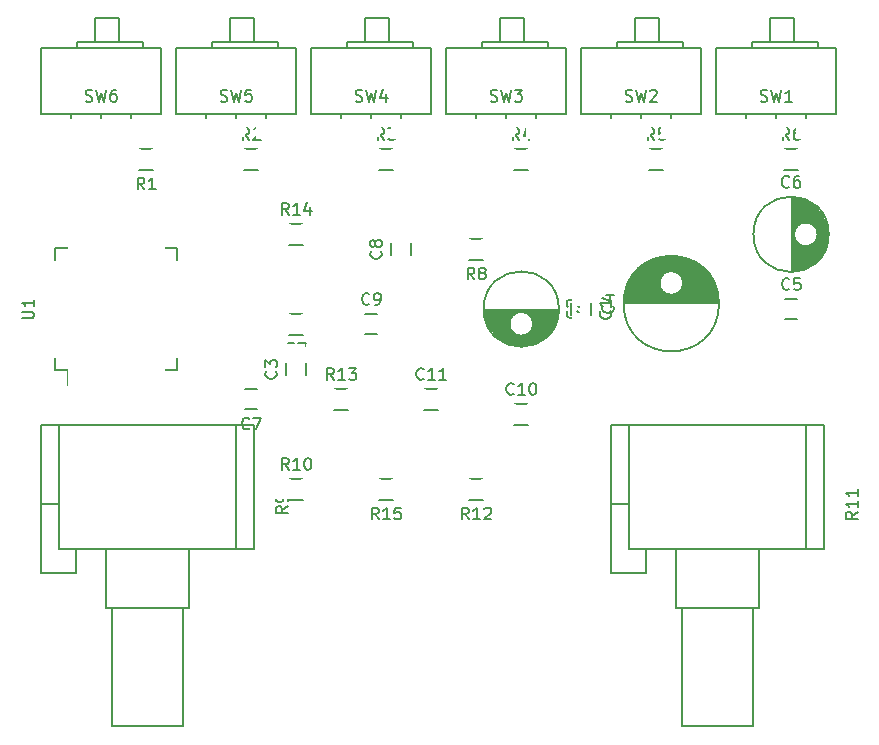
<source format=gto>
G04 #@! TF.FileFunction,Legend,Top*
%FSLAX46Y46*%
G04 Gerber Fmt 4.6, Leading zero omitted, Abs format (unit mm)*
G04 Created by KiCad (PCBNEW 4.0.2-stable) date 2016年05月15日日曜日 13:14:42*
%MOMM*%
G01*
G04 APERTURE LIST*
%ADD10C,0.100000*%
%ADD11C,0.150000*%
%ADD12C,1.700000*%
%ADD13R,1.700000X1.700000*%
%ADD14R,1.100000X1.700000*%
%ADD15R,1.900000X1.700000*%
%ADD16R,0.700000X1.900000*%
%ADD17R,1.900000X0.700000*%
%ADD18R,1.797000X1.797000*%
%ADD19C,1.797000*%
%ADD20R,1.650000X1.900000*%
%ADD21C,2.899360*%
%ADD22R,1.900000X1.650000*%
G04 APERTURE END LIST*
D10*
D11*
X202539000Y-109275000D02*
X196241000Y-109275000D01*
X202533000Y-109415000D02*
X196247000Y-109415000D01*
X202520000Y-109555000D02*
X199836000Y-109555000D01*
X198944000Y-109555000D02*
X196260000Y-109555000D01*
X202501000Y-109695000D02*
X200046000Y-109695000D01*
X198734000Y-109695000D02*
X196279000Y-109695000D01*
X202475000Y-109835000D02*
X200179000Y-109835000D01*
X198601000Y-109835000D02*
X196305000Y-109835000D01*
X202443000Y-109975000D02*
X200270000Y-109975000D01*
X198510000Y-109975000D02*
X196337000Y-109975000D01*
X202404000Y-110115000D02*
X200332000Y-110115000D01*
X198448000Y-110115000D02*
X196376000Y-110115000D01*
X202358000Y-110255000D02*
X200371000Y-110255000D01*
X198409000Y-110255000D02*
X196422000Y-110255000D01*
X202305000Y-110395000D02*
X200388000Y-110395000D01*
X198392000Y-110395000D02*
X196475000Y-110395000D01*
X202243000Y-110535000D02*
X200386000Y-110535000D01*
X198394000Y-110535000D02*
X196537000Y-110535000D01*
X202173000Y-110675000D02*
X200364000Y-110675000D01*
X198416000Y-110675000D02*
X196607000Y-110675000D01*
X202094000Y-110815000D02*
X200321000Y-110815000D01*
X198459000Y-110815000D02*
X196686000Y-110815000D01*
X202006000Y-110955000D02*
X200253000Y-110955000D01*
X198527000Y-110955000D02*
X196774000Y-110955000D01*
X201906000Y-111095000D02*
X200154000Y-111095000D01*
X198626000Y-111095000D02*
X196874000Y-111095000D01*
X201794000Y-111235000D02*
X200009000Y-111235000D01*
X198771000Y-111235000D02*
X196986000Y-111235000D01*
X201669000Y-111375000D02*
X199770000Y-111375000D01*
X199010000Y-111375000D02*
X197111000Y-111375000D01*
X201526000Y-111515000D02*
X197254000Y-111515000D01*
X201364000Y-111655000D02*
X197416000Y-111655000D01*
X201176000Y-111795000D02*
X197604000Y-111795000D01*
X200953000Y-111935000D02*
X197827000Y-111935000D01*
X200677000Y-112075000D02*
X198103000Y-112075000D01*
X200302000Y-112215000D02*
X198478000Y-112215000D01*
X200390000Y-110450000D02*
G75*
G03X200390000Y-110450000I-1000000J0D01*
G01*
X202577500Y-109200000D02*
G75*
G03X202577500Y-109200000I-3187500J0D01*
G01*
X208091000Y-108665000D02*
X216089000Y-108665000D01*
X208096000Y-108525000D02*
X216084000Y-108525000D01*
X208106000Y-108385000D02*
X216074000Y-108385000D01*
X208121000Y-108245000D02*
X216059000Y-108245000D01*
X208141000Y-108105000D02*
X216039000Y-108105000D01*
X208166000Y-107965000D02*
X211868000Y-107965000D01*
X212312000Y-107965000D02*
X216014000Y-107965000D01*
X208196000Y-107825000D02*
X211540000Y-107825000D01*
X212640000Y-107825000D02*
X215984000Y-107825000D01*
X208232000Y-107685000D02*
X211371000Y-107685000D01*
X212809000Y-107685000D02*
X215948000Y-107685000D01*
X208273000Y-107545000D02*
X211258000Y-107545000D01*
X212922000Y-107545000D02*
X215907000Y-107545000D01*
X208319000Y-107405000D02*
X211180000Y-107405000D01*
X213000000Y-107405000D02*
X215861000Y-107405000D01*
X208372000Y-107265000D02*
X211129000Y-107265000D01*
X213051000Y-107265000D02*
X215808000Y-107265000D01*
X208431000Y-107125000D02*
X211099000Y-107125000D01*
X213081000Y-107125000D02*
X215749000Y-107125000D01*
X208496000Y-106985000D02*
X211090000Y-106985000D01*
X213090000Y-106985000D02*
X215684000Y-106985000D01*
X208567000Y-106845000D02*
X211101000Y-106845000D01*
X213079000Y-106845000D02*
X215613000Y-106845000D01*
X208646000Y-106705000D02*
X211131000Y-106705000D01*
X213049000Y-106705000D02*
X215534000Y-106705000D01*
X208733000Y-106565000D02*
X211185000Y-106565000D01*
X212995000Y-106565000D02*
X215447000Y-106565000D01*
X208828000Y-106425000D02*
X211265000Y-106425000D01*
X212915000Y-106425000D02*
X215352000Y-106425000D01*
X208932000Y-106285000D02*
X211381000Y-106285000D01*
X212799000Y-106285000D02*
X215248000Y-106285000D01*
X209046000Y-106145000D02*
X211555000Y-106145000D01*
X212625000Y-106145000D02*
X215134000Y-106145000D01*
X209171000Y-106005000D02*
X211917000Y-106005000D01*
X212263000Y-106005000D02*
X215009000Y-106005000D01*
X209309000Y-105865000D02*
X214871000Y-105865000D01*
X209461000Y-105725000D02*
X214719000Y-105725000D01*
X209631000Y-105585000D02*
X214549000Y-105585000D01*
X209822000Y-105445000D02*
X214358000Y-105445000D01*
X210040000Y-105305000D02*
X214140000Y-105305000D01*
X210296000Y-105165000D02*
X213884000Y-105165000D01*
X210607000Y-105025000D02*
X213573000Y-105025000D01*
X211023000Y-104885000D02*
X213157000Y-104885000D01*
X211890000Y-104745000D02*
X212290000Y-104745000D01*
X213090000Y-106990000D02*
G75*
G03X213090000Y-106990000I-1000000J0D01*
G01*
X216127500Y-108740000D02*
G75*
G03X216127500Y-108740000I-4037500J0D01*
G01*
X222305000Y-99721000D02*
X222305000Y-106019000D01*
X222445000Y-99727000D02*
X222445000Y-106013000D01*
X222585000Y-99740000D02*
X222585000Y-102424000D01*
X222585000Y-103316000D02*
X222585000Y-106000000D01*
X222725000Y-99759000D02*
X222725000Y-102214000D01*
X222725000Y-103526000D02*
X222725000Y-105981000D01*
X222865000Y-99785000D02*
X222865000Y-102081000D01*
X222865000Y-103659000D02*
X222865000Y-105955000D01*
X223005000Y-99817000D02*
X223005000Y-101990000D01*
X223005000Y-103750000D02*
X223005000Y-105923000D01*
X223145000Y-99856000D02*
X223145000Y-101928000D01*
X223145000Y-103812000D02*
X223145000Y-105884000D01*
X223285000Y-99902000D02*
X223285000Y-101889000D01*
X223285000Y-103851000D02*
X223285000Y-105838000D01*
X223425000Y-99955000D02*
X223425000Y-101872000D01*
X223425000Y-103868000D02*
X223425000Y-105785000D01*
X223565000Y-100017000D02*
X223565000Y-101874000D01*
X223565000Y-103866000D02*
X223565000Y-105723000D01*
X223705000Y-100087000D02*
X223705000Y-101896000D01*
X223705000Y-103844000D02*
X223705000Y-105653000D01*
X223845000Y-100166000D02*
X223845000Y-101939000D01*
X223845000Y-103801000D02*
X223845000Y-105574000D01*
X223985000Y-100254000D02*
X223985000Y-102007000D01*
X223985000Y-103733000D02*
X223985000Y-105486000D01*
X224125000Y-100354000D02*
X224125000Y-102106000D01*
X224125000Y-103634000D02*
X224125000Y-105386000D01*
X224265000Y-100466000D02*
X224265000Y-102251000D01*
X224265000Y-103489000D02*
X224265000Y-105274000D01*
X224405000Y-100591000D02*
X224405000Y-102490000D01*
X224405000Y-103250000D02*
X224405000Y-105149000D01*
X224545000Y-100734000D02*
X224545000Y-105006000D01*
X224685000Y-100896000D02*
X224685000Y-104844000D01*
X224825000Y-101084000D02*
X224825000Y-104656000D01*
X224965000Y-101307000D02*
X224965000Y-104433000D01*
X225105000Y-101583000D02*
X225105000Y-104157000D01*
X225245000Y-101958000D02*
X225245000Y-103782000D01*
X224480000Y-102870000D02*
G75*
G03X224480000Y-102870000I-1000000J0D01*
G01*
X225417500Y-102870000D02*
G75*
G03X225417500Y-102870000I-3187500J0D01*
G01*
X199990000Y-118985000D02*
X198790000Y-118985000D01*
X198790000Y-117235000D02*
X199990000Y-117235000D01*
X192370000Y-117715000D02*
X191170000Y-117715000D01*
X191170000Y-115965000D02*
X192370000Y-115965000D01*
X167040000Y-95645000D02*
X168240000Y-95645000D01*
X168240000Y-97395000D02*
X167040000Y-97395000D01*
X177130000Y-97395000D02*
X175930000Y-97395000D01*
X175930000Y-95645000D02*
X177130000Y-95645000D01*
X188560000Y-97395000D02*
X187360000Y-97395000D01*
X187360000Y-95645000D02*
X188560000Y-95645000D01*
X199990000Y-97395000D02*
X198790000Y-97395000D01*
X198790000Y-95645000D02*
X199990000Y-95645000D01*
X211420000Y-97395000D02*
X210220000Y-97395000D01*
X210220000Y-95645000D02*
X211420000Y-95645000D01*
X222850000Y-97395000D02*
X221650000Y-97395000D01*
X221650000Y-95645000D02*
X222850000Y-95645000D01*
X179740000Y-109615000D02*
X180940000Y-109615000D01*
X180940000Y-111365000D02*
X179740000Y-111365000D01*
X194980000Y-103265000D02*
X196180000Y-103265000D01*
X196180000Y-105015000D02*
X194980000Y-105015000D01*
X180940000Y-125335000D02*
X179740000Y-125335000D01*
X179740000Y-123585000D02*
X180940000Y-123585000D01*
X194980000Y-123585000D02*
X196180000Y-123585000D01*
X196180000Y-125335000D02*
X194980000Y-125335000D01*
X184750000Y-117715000D02*
X183550000Y-117715000D01*
X183550000Y-115965000D02*
X184750000Y-115965000D01*
X180940000Y-103745000D02*
X179740000Y-103745000D01*
X179740000Y-101995000D02*
X180940000Y-101995000D01*
X187360000Y-123585000D02*
X188560000Y-123585000D01*
X188560000Y-125335000D02*
X187360000Y-125335000D01*
X159925000Y-114395000D02*
X160975000Y-114395000D01*
X159925000Y-104045000D02*
X160975000Y-104045000D01*
X170275000Y-104045000D02*
X169225000Y-104045000D01*
X170275000Y-114395000D02*
X169225000Y-114395000D01*
X159925000Y-114395000D02*
X159925000Y-113345000D01*
X170275000Y-114395000D02*
X170275000Y-113345000D01*
X170275000Y-104045000D02*
X170275000Y-105095000D01*
X159925000Y-104045000D02*
X159925000Y-105095000D01*
X160975000Y-114395000D02*
X160975000Y-115670000D01*
X215900000Y-87122000D02*
X226060000Y-87122000D01*
X226060000Y-92710000D02*
X215900000Y-92710000D01*
X220472000Y-86614000D02*
X220472000Y-84582000D01*
X222504000Y-86614000D02*
X222504000Y-84582000D01*
X224536000Y-87122000D02*
X224536000Y-86614000D01*
X224536000Y-86614000D02*
X218948000Y-86614000D01*
X218948000Y-86614000D02*
X218948000Y-87122000D01*
X222504000Y-84582000D02*
X220472000Y-84582000D01*
X218440000Y-93980000D02*
X218440000Y-92710000D01*
X220980000Y-93980000D02*
X220980000Y-92710000D01*
X223520000Y-93980000D02*
X223520000Y-92710000D01*
X215900000Y-92710000D02*
X215900000Y-87122000D01*
X226060000Y-92710000D02*
X226060000Y-87122000D01*
X204470000Y-87122000D02*
X214630000Y-87122000D01*
X214630000Y-92710000D02*
X204470000Y-92710000D01*
X209042000Y-86614000D02*
X209042000Y-84582000D01*
X211074000Y-86614000D02*
X211074000Y-84582000D01*
X213106000Y-87122000D02*
X213106000Y-86614000D01*
X213106000Y-86614000D02*
X207518000Y-86614000D01*
X207518000Y-86614000D02*
X207518000Y-87122000D01*
X211074000Y-84582000D02*
X209042000Y-84582000D01*
X207010000Y-93980000D02*
X207010000Y-92710000D01*
X209550000Y-93980000D02*
X209550000Y-92710000D01*
X212090000Y-93980000D02*
X212090000Y-92710000D01*
X204470000Y-92710000D02*
X204470000Y-87122000D01*
X214630000Y-92710000D02*
X214630000Y-87122000D01*
X193040000Y-87122000D02*
X203200000Y-87122000D01*
X203200000Y-92710000D02*
X193040000Y-92710000D01*
X197612000Y-86614000D02*
X197612000Y-84582000D01*
X199644000Y-86614000D02*
X199644000Y-84582000D01*
X201676000Y-87122000D02*
X201676000Y-86614000D01*
X201676000Y-86614000D02*
X196088000Y-86614000D01*
X196088000Y-86614000D02*
X196088000Y-87122000D01*
X199644000Y-84582000D02*
X197612000Y-84582000D01*
X195580000Y-93980000D02*
X195580000Y-92710000D01*
X198120000Y-93980000D02*
X198120000Y-92710000D01*
X200660000Y-93980000D02*
X200660000Y-92710000D01*
X193040000Y-92710000D02*
X193040000Y-87122000D01*
X203200000Y-92710000D02*
X203200000Y-87122000D01*
X181610000Y-87122000D02*
X191770000Y-87122000D01*
X191770000Y-92710000D02*
X181610000Y-92710000D01*
X186182000Y-86614000D02*
X186182000Y-84582000D01*
X188214000Y-86614000D02*
X188214000Y-84582000D01*
X190246000Y-87122000D02*
X190246000Y-86614000D01*
X190246000Y-86614000D02*
X184658000Y-86614000D01*
X184658000Y-86614000D02*
X184658000Y-87122000D01*
X188214000Y-84582000D02*
X186182000Y-84582000D01*
X184150000Y-93980000D02*
X184150000Y-92710000D01*
X186690000Y-93980000D02*
X186690000Y-92710000D01*
X189230000Y-93980000D02*
X189230000Y-92710000D01*
X181610000Y-92710000D02*
X181610000Y-87122000D01*
X191770000Y-92710000D02*
X191770000Y-87122000D01*
X170180000Y-87122000D02*
X180340000Y-87122000D01*
X180340000Y-92710000D02*
X170180000Y-92710000D01*
X174752000Y-86614000D02*
X174752000Y-84582000D01*
X176784000Y-86614000D02*
X176784000Y-84582000D01*
X178816000Y-87122000D02*
X178816000Y-86614000D01*
X178816000Y-86614000D02*
X173228000Y-86614000D01*
X173228000Y-86614000D02*
X173228000Y-87122000D01*
X176784000Y-84582000D02*
X174752000Y-84582000D01*
X172720000Y-93980000D02*
X172720000Y-92710000D01*
X175260000Y-93980000D02*
X175260000Y-92710000D01*
X177800000Y-93980000D02*
X177800000Y-92710000D01*
X170180000Y-92710000D02*
X170180000Y-87122000D01*
X180340000Y-92710000D02*
X180340000Y-87122000D01*
X158750000Y-87122000D02*
X168910000Y-87122000D01*
X168910000Y-92710000D02*
X158750000Y-92710000D01*
X163322000Y-86614000D02*
X163322000Y-84582000D01*
X165354000Y-86614000D02*
X165354000Y-84582000D01*
X167386000Y-87122000D02*
X167386000Y-86614000D01*
X167386000Y-86614000D02*
X161798000Y-86614000D01*
X161798000Y-86614000D02*
X161798000Y-87122000D01*
X165354000Y-84582000D02*
X163322000Y-84582000D01*
X161290000Y-93980000D02*
X161290000Y-92710000D01*
X163830000Y-93980000D02*
X163830000Y-92710000D01*
X166370000Y-93980000D02*
X166370000Y-92710000D01*
X158750000Y-92710000D02*
X158750000Y-87122000D01*
X168910000Y-92710000D02*
X168910000Y-87122000D01*
X179490000Y-113800000D02*
X179490000Y-114800000D01*
X181190000Y-114800000D02*
X181190000Y-113800000D01*
X206979520Y-125730000D02*
X206979520Y-119029480D01*
X206979520Y-119029480D02*
X208579720Y-119029480D01*
X223479360Y-129529840D02*
X224977960Y-129529840D01*
X224977960Y-129529840D02*
X224977960Y-119029480D01*
X224977960Y-119029480D02*
X223479360Y-119029480D01*
X209979260Y-129529840D02*
X209979260Y-131528820D01*
X209979260Y-131528820D02*
X206979520Y-131528820D01*
X206979520Y-131528820D02*
X206979520Y-125730000D01*
X206979520Y-125730000D02*
X208478120Y-125730000D01*
X218978480Y-134531100D02*
X218978480Y-144531080D01*
X218978480Y-144531080D02*
X212979000Y-144531080D01*
X212979000Y-144531080D02*
X212979000Y-134531100D01*
X219478860Y-129529840D02*
X219478860Y-134531100D01*
X219478860Y-134531100D02*
X212478620Y-134531100D01*
X212478620Y-134531100D02*
X212478620Y-129529840D01*
X223479360Y-129529840D02*
X223479360Y-119029480D01*
X223479360Y-119029480D02*
X208478120Y-119029480D01*
X208478120Y-119029480D02*
X208478120Y-129529840D01*
X208478120Y-129529840D02*
X223479360Y-129529840D01*
X158719520Y-125730000D02*
X158719520Y-119029480D01*
X158719520Y-119029480D02*
X160319720Y-119029480D01*
X175219360Y-129529840D02*
X176717960Y-129529840D01*
X176717960Y-129529840D02*
X176717960Y-119029480D01*
X176717960Y-119029480D02*
X175219360Y-119029480D01*
X161719260Y-129529840D02*
X161719260Y-131528820D01*
X161719260Y-131528820D02*
X158719520Y-131528820D01*
X158719520Y-131528820D02*
X158719520Y-125730000D01*
X158719520Y-125730000D02*
X160218120Y-125730000D01*
X170718480Y-134531100D02*
X170718480Y-144531080D01*
X170718480Y-144531080D02*
X164719000Y-144531080D01*
X164719000Y-144531080D02*
X164719000Y-134531100D01*
X171218860Y-129529840D02*
X171218860Y-134531100D01*
X171218860Y-134531100D02*
X164218620Y-134531100D01*
X164218620Y-134531100D02*
X164218620Y-129529840D01*
X175219360Y-129529840D02*
X175219360Y-119029480D01*
X175219360Y-119029480D02*
X160218120Y-119029480D01*
X160218120Y-119029480D02*
X160218120Y-129529840D01*
X160218120Y-129529840D02*
X175219360Y-129529840D01*
X187190000Y-109640000D02*
X186190000Y-109640000D01*
X186190000Y-111340000D02*
X187190000Y-111340000D01*
X176030000Y-117690000D02*
X177030000Y-117690000D01*
X177030000Y-115990000D02*
X176030000Y-115990000D01*
X188380000Y-103640000D02*
X188380000Y-104640000D01*
X190080000Y-104640000D02*
X190080000Y-103640000D01*
X222750000Y-108370000D02*
X221750000Y-108370000D01*
X221750000Y-110070000D02*
X222750000Y-110070000D01*
X205320000Y-109720000D02*
X205320000Y-108720000D01*
X203620000Y-108720000D02*
X203620000Y-109720000D01*
X204147143Y-109366666D02*
X204194762Y-109414285D01*
X204242381Y-109557142D01*
X204242381Y-109652380D01*
X204194762Y-109795238D01*
X204099524Y-109890476D01*
X204004286Y-109938095D01*
X203813810Y-109985714D01*
X203670952Y-109985714D01*
X203480476Y-109938095D01*
X203385238Y-109890476D01*
X203290000Y-109795238D01*
X203242381Y-109652380D01*
X203242381Y-109557142D01*
X203290000Y-109414285D01*
X203337619Y-109366666D01*
X203337619Y-108985714D02*
X203290000Y-108938095D01*
X203242381Y-108842857D01*
X203242381Y-108604761D01*
X203290000Y-108509523D01*
X203337619Y-108461904D01*
X203432857Y-108414285D01*
X203528095Y-108414285D01*
X203670952Y-108461904D01*
X204242381Y-109033333D01*
X204242381Y-108414285D01*
X207147143Y-108906666D02*
X207194762Y-108954285D01*
X207242381Y-109097142D01*
X207242381Y-109192380D01*
X207194762Y-109335238D01*
X207099524Y-109430476D01*
X207004286Y-109478095D01*
X206813810Y-109525714D01*
X206670952Y-109525714D01*
X206480476Y-109478095D01*
X206385238Y-109430476D01*
X206290000Y-109335238D01*
X206242381Y-109192380D01*
X206242381Y-109097142D01*
X206290000Y-108954285D01*
X206337619Y-108906666D01*
X206575714Y-108049523D02*
X207242381Y-108049523D01*
X206194762Y-108287619D02*
X206909048Y-108525714D01*
X206909048Y-107906666D01*
X222063334Y-98827143D02*
X222015715Y-98874762D01*
X221872858Y-98922381D01*
X221777620Y-98922381D01*
X221634762Y-98874762D01*
X221539524Y-98779524D01*
X221491905Y-98684286D01*
X221444286Y-98493810D01*
X221444286Y-98350952D01*
X221491905Y-98160476D01*
X221539524Y-98065238D01*
X221634762Y-97970000D01*
X221777620Y-97922381D01*
X221872858Y-97922381D01*
X222015715Y-97970000D01*
X222063334Y-98017619D01*
X222920477Y-97922381D02*
X222730000Y-97922381D01*
X222634762Y-97970000D01*
X222587143Y-98017619D01*
X222491905Y-98160476D01*
X222444286Y-98350952D01*
X222444286Y-98731905D01*
X222491905Y-98827143D01*
X222539524Y-98874762D01*
X222634762Y-98922381D01*
X222825239Y-98922381D01*
X222920477Y-98874762D01*
X222968096Y-98827143D01*
X223015715Y-98731905D01*
X223015715Y-98493810D01*
X222968096Y-98398571D01*
X222920477Y-98350952D01*
X222825239Y-98303333D01*
X222634762Y-98303333D01*
X222539524Y-98350952D01*
X222491905Y-98398571D01*
X222444286Y-98493810D01*
X198747143Y-116367143D02*
X198699524Y-116414762D01*
X198556667Y-116462381D01*
X198461429Y-116462381D01*
X198318571Y-116414762D01*
X198223333Y-116319524D01*
X198175714Y-116224286D01*
X198128095Y-116033810D01*
X198128095Y-115890952D01*
X198175714Y-115700476D01*
X198223333Y-115605238D01*
X198318571Y-115510000D01*
X198461429Y-115462381D01*
X198556667Y-115462381D01*
X198699524Y-115510000D01*
X198747143Y-115557619D01*
X199699524Y-116462381D02*
X199128095Y-116462381D01*
X199413809Y-116462381D02*
X199413809Y-115462381D01*
X199318571Y-115605238D01*
X199223333Y-115700476D01*
X199128095Y-115748095D01*
X200318571Y-115462381D02*
X200413810Y-115462381D01*
X200509048Y-115510000D01*
X200556667Y-115557619D01*
X200604286Y-115652857D01*
X200651905Y-115843333D01*
X200651905Y-116081429D01*
X200604286Y-116271905D01*
X200556667Y-116367143D01*
X200509048Y-116414762D01*
X200413810Y-116462381D01*
X200318571Y-116462381D01*
X200223333Y-116414762D01*
X200175714Y-116367143D01*
X200128095Y-116271905D01*
X200080476Y-116081429D01*
X200080476Y-115843333D01*
X200128095Y-115652857D01*
X200175714Y-115557619D01*
X200223333Y-115510000D01*
X200318571Y-115462381D01*
X191127143Y-115097143D02*
X191079524Y-115144762D01*
X190936667Y-115192381D01*
X190841429Y-115192381D01*
X190698571Y-115144762D01*
X190603333Y-115049524D01*
X190555714Y-114954286D01*
X190508095Y-114763810D01*
X190508095Y-114620952D01*
X190555714Y-114430476D01*
X190603333Y-114335238D01*
X190698571Y-114240000D01*
X190841429Y-114192381D01*
X190936667Y-114192381D01*
X191079524Y-114240000D01*
X191127143Y-114287619D01*
X192079524Y-115192381D02*
X191508095Y-115192381D01*
X191793809Y-115192381D02*
X191793809Y-114192381D01*
X191698571Y-114335238D01*
X191603333Y-114430476D01*
X191508095Y-114478095D01*
X193031905Y-115192381D02*
X192460476Y-115192381D01*
X192746190Y-115192381D02*
X192746190Y-114192381D01*
X192650952Y-114335238D01*
X192555714Y-114430476D01*
X192460476Y-114478095D01*
X167473334Y-99072381D02*
X167140000Y-98596190D01*
X166901905Y-99072381D02*
X166901905Y-98072381D01*
X167282858Y-98072381D01*
X167378096Y-98120000D01*
X167425715Y-98167619D01*
X167473334Y-98262857D01*
X167473334Y-98405714D01*
X167425715Y-98500952D01*
X167378096Y-98548571D01*
X167282858Y-98596190D01*
X166901905Y-98596190D01*
X168425715Y-99072381D02*
X167854286Y-99072381D01*
X168140000Y-99072381D02*
X168140000Y-98072381D01*
X168044762Y-98215238D01*
X167949524Y-98310476D01*
X167854286Y-98358095D01*
X176363334Y-94872381D02*
X176030000Y-94396190D01*
X175791905Y-94872381D02*
X175791905Y-93872381D01*
X176172858Y-93872381D01*
X176268096Y-93920000D01*
X176315715Y-93967619D01*
X176363334Y-94062857D01*
X176363334Y-94205714D01*
X176315715Y-94300952D01*
X176268096Y-94348571D01*
X176172858Y-94396190D01*
X175791905Y-94396190D01*
X176744286Y-93967619D02*
X176791905Y-93920000D01*
X176887143Y-93872381D01*
X177125239Y-93872381D01*
X177220477Y-93920000D01*
X177268096Y-93967619D01*
X177315715Y-94062857D01*
X177315715Y-94158095D01*
X177268096Y-94300952D01*
X176696667Y-94872381D01*
X177315715Y-94872381D01*
X187793334Y-94872381D02*
X187460000Y-94396190D01*
X187221905Y-94872381D02*
X187221905Y-93872381D01*
X187602858Y-93872381D01*
X187698096Y-93920000D01*
X187745715Y-93967619D01*
X187793334Y-94062857D01*
X187793334Y-94205714D01*
X187745715Y-94300952D01*
X187698096Y-94348571D01*
X187602858Y-94396190D01*
X187221905Y-94396190D01*
X188126667Y-93872381D02*
X188745715Y-93872381D01*
X188412381Y-94253333D01*
X188555239Y-94253333D01*
X188650477Y-94300952D01*
X188698096Y-94348571D01*
X188745715Y-94443810D01*
X188745715Y-94681905D01*
X188698096Y-94777143D01*
X188650477Y-94824762D01*
X188555239Y-94872381D01*
X188269524Y-94872381D01*
X188174286Y-94824762D01*
X188126667Y-94777143D01*
X199223334Y-94872381D02*
X198890000Y-94396190D01*
X198651905Y-94872381D02*
X198651905Y-93872381D01*
X199032858Y-93872381D01*
X199128096Y-93920000D01*
X199175715Y-93967619D01*
X199223334Y-94062857D01*
X199223334Y-94205714D01*
X199175715Y-94300952D01*
X199128096Y-94348571D01*
X199032858Y-94396190D01*
X198651905Y-94396190D01*
X200080477Y-94205714D02*
X200080477Y-94872381D01*
X199842381Y-93824762D02*
X199604286Y-94539048D01*
X200223334Y-94539048D01*
X210653334Y-94872381D02*
X210320000Y-94396190D01*
X210081905Y-94872381D02*
X210081905Y-93872381D01*
X210462858Y-93872381D01*
X210558096Y-93920000D01*
X210605715Y-93967619D01*
X210653334Y-94062857D01*
X210653334Y-94205714D01*
X210605715Y-94300952D01*
X210558096Y-94348571D01*
X210462858Y-94396190D01*
X210081905Y-94396190D01*
X211558096Y-93872381D02*
X211081905Y-93872381D01*
X211034286Y-94348571D01*
X211081905Y-94300952D01*
X211177143Y-94253333D01*
X211415239Y-94253333D01*
X211510477Y-94300952D01*
X211558096Y-94348571D01*
X211605715Y-94443810D01*
X211605715Y-94681905D01*
X211558096Y-94777143D01*
X211510477Y-94824762D01*
X211415239Y-94872381D01*
X211177143Y-94872381D01*
X211081905Y-94824762D01*
X211034286Y-94777143D01*
X222083334Y-94872381D02*
X221750000Y-94396190D01*
X221511905Y-94872381D02*
X221511905Y-93872381D01*
X221892858Y-93872381D01*
X221988096Y-93920000D01*
X222035715Y-93967619D01*
X222083334Y-94062857D01*
X222083334Y-94205714D01*
X222035715Y-94300952D01*
X221988096Y-94348571D01*
X221892858Y-94396190D01*
X221511905Y-94396190D01*
X222940477Y-93872381D02*
X222750000Y-93872381D01*
X222654762Y-93920000D01*
X222607143Y-93967619D01*
X222511905Y-94110476D01*
X222464286Y-94300952D01*
X222464286Y-94681905D01*
X222511905Y-94777143D01*
X222559524Y-94824762D01*
X222654762Y-94872381D01*
X222845239Y-94872381D01*
X222940477Y-94824762D01*
X222988096Y-94777143D01*
X223035715Y-94681905D01*
X223035715Y-94443810D01*
X222988096Y-94348571D01*
X222940477Y-94300952D01*
X222845239Y-94253333D01*
X222654762Y-94253333D01*
X222559524Y-94300952D01*
X222511905Y-94348571D01*
X222464286Y-94443810D01*
X180173334Y-113042381D02*
X179840000Y-112566190D01*
X179601905Y-113042381D02*
X179601905Y-112042381D01*
X179982858Y-112042381D01*
X180078096Y-112090000D01*
X180125715Y-112137619D01*
X180173334Y-112232857D01*
X180173334Y-112375714D01*
X180125715Y-112470952D01*
X180078096Y-112518571D01*
X179982858Y-112566190D01*
X179601905Y-112566190D01*
X180506667Y-112042381D02*
X181173334Y-112042381D01*
X180744762Y-113042381D01*
X195413334Y-106692381D02*
X195080000Y-106216190D01*
X194841905Y-106692381D02*
X194841905Y-105692381D01*
X195222858Y-105692381D01*
X195318096Y-105740000D01*
X195365715Y-105787619D01*
X195413334Y-105882857D01*
X195413334Y-106025714D01*
X195365715Y-106120952D01*
X195318096Y-106168571D01*
X195222858Y-106216190D01*
X194841905Y-106216190D01*
X195984762Y-106120952D02*
X195889524Y-106073333D01*
X195841905Y-106025714D01*
X195794286Y-105930476D01*
X195794286Y-105882857D01*
X195841905Y-105787619D01*
X195889524Y-105740000D01*
X195984762Y-105692381D01*
X196175239Y-105692381D01*
X196270477Y-105740000D01*
X196318096Y-105787619D01*
X196365715Y-105882857D01*
X196365715Y-105930476D01*
X196318096Y-106025714D01*
X196270477Y-106073333D01*
X196175239Y-106120952D01*
X195984762Y-106120952D01*
X195889524Y-106168571D01*
X195841905Y-106216190D01*
X195794286Y-106311429D01*
X195794286Y-106501905D01*
X195841905Y-106597143D01*
X195889524Y-106644762D01*
X195984762Y-106692381D01*
X196175239Y-106692381D01*
X196270477Y-106644762D01*
X196318096Y-106597143D01*
X196365715Y-106501905D01*
X196365715Y-106311429D01*
X196318096Y-106216190D01*
X196270477Y-106168571D01*
X196175239Y-106120952D01*
X179697143Y-122812381D02*
X179363809Y-122336190D01*
X179125714Y-122812381D02*
X179125714Y-121812381D01*
X179506667Y-121812381D01*
X179601905Y-121860000D01*
X179649524Y-121907619D01*
X179697143Y-122002857D01*
X179697143Y-122145714D01*
X179649524Y-122240952D01*
X179601905Y-122288571D01*
X179506667Y-122336190D01*
X179125714Y-122336190D01*
X180649524Y-122812381D02*
X180078095Y-122812381D01*
X180363809Y-122812381D02*
X180363809Y-121812381D01*
X180268571Y-121955238D01*
X180173333Y-122050476D01*
X180078095Y-122098095D01*
X181268571Y-121812381D02*
X181363810Y-121812381D01*
X181459048Y-121860000D01*
X181506667Y-121907619D01*
X181554286Y-122002857D01*
X181601905Y-122193333D01*
X181601905Y-122431429D01*
X181554286Y-122621905D01*
X181506667Y-122717143D01*
X181459048Y-122764762D01*
X181363810Y-122812381D01*
X181268571Y-122812381D01*
X181173333Y-122764762D01*
X181125714Y-122717143D01*
X181078095Y-122621905D01*
X181030476Y-122431429D01*
X181030476Y-122193333D01*
X181078095Y-122002857D01*
X181125714Y-121907619D01*
X181173333Y-121860000D01*
X181268571Y-121812381D01*
X194937143Y-127012381D02*
X194603809Y-126536190D01*
X194365714Y-127012381D02*
X194365714Y-126012381D01*
X194746667Y-126012381D01*
X194841905Y-126060000D01*
X194889524Y-126107619D01*
X194937143Y-126202857D01*
X194937143Y-126345714D01*
X194889524Y-126440952D01*
X194841905Y-126488571D01*
X194746667Y-126536190D01*
X194365714Y-126536190D01*
X195889524Y-127012381D02*
X195318095Y-127012381D01*
X195603809Y-127012381D02*
X195603809Y-126012381D01*
X195508571Y-126155238D01*
X195413333Y-126250476D01*
X195318095Y-126298095D01*
X196270476Y-126107619D02*
X196318095Y-126060000D01*
X196413333Y-126012381D01*
X196651429Y-126012381D01*
X196746667Y-126060000D01*
X196794286Y-126107619D01*
X196841905Y-126202857D01*
X196841905Y-126298095D01*
X196794286Y-126440952D01*
X196222857Y-127012381D01*
X196841905Y-127012381D01*
X183507143Y-115192381D02*
X183173809Y-114716190D01*
X182935714Y-115192381D02*
X182935714Y-114192381D01*
X183316667Y-114192381D01*
X183411905Y-114240000D01*
X183459524Y-114287619D01*
X183507143Y-114382857D01*
X183507143Y-114525714D01*
X183459524Y-114620952D01*
X183411905Y-114668571D01*
X183316667Y-114716190D01*
X182935714Y-114716190D01*
X184459524Y-115192381D02*
X183888095Y-115192381D01*
X184173809Y-115192381D02*
X184173809Y-114192381D01*
X184078571Y-114335238D01*
X183983333Y-114430476D01*
X183888095Y-114478095D01*
X184792857Y-114192381D02*
X185411905Y-114192381D01*
X185078571Y-114573333D01*
X185221429Y-114573333D01*
X185316667Y-114620952D01*
X185364286Y-114668571D01*
X185411905Y-114763810D01*
X185411905Y-115001905D01*
X185364286Y-115097143D01*
X185316667Y-115144762D01*
X185221429Y-115192381D01*
X184935714Y-115192381D01*
X184840476Y-115144762D01*
X184792857Y-115097143D01*
X179697143Y-101222381D02*
X179363809Y-100746190D01*
X179125714Y-101222381D02*
X179125714Y-100222381D01*
X179506667Y-100222381D01*
X179601905Y-100270000D01*
X179649524Y-100317619D01*
X179697143Y-100412857D01*
X179697143Y-100555714D01*
X179649524Y-100650952D01*
X179601905Y-100698571D01*
X179506667Y-100746190D01*
X179125714Y-100746190D01*
X180649524Y-101222381D02*
X180078095Y-101222381D01*
X180363809Y-101222381D02*
X180363809Y-100222381D01*
X180268571Y-100365238D01*
X180173333Y-100460476D01*
X180078095Y-100508095D01*
X181506667Y-100555714D02*
X181506667Y-101222381D01*
X181268571Y-100174762D02*
X181030476Y-100889048D01*
X181649524Y-100889048D01*
X187317143Y-127012381D02*
X186983809Y-126536190D01*
X186745714Y-127012381D02*
X186745714Y-126012381D01*
X187126667Y-126012381D01*
X187221905Y-126060000D01*
X187269524Y-126107619D01*
X187317143Y-126202857D01*
X187317143Y-126345714D01*
X187269524Y-126440952D01*
X187221905Y-126488571D01*
X187126667Y-126536190D01*
X186745714Y-126536190D01*
X188269524Y-127012381D02*
X187698095Y-127012381D01*
X187983809Y-127012381D02*
X187983809Y-126012381D01*
X187888571Y-126155238D01*
X187793333Y-126250476D01*
X187698095Y-126298095D01*
X189174286Y-126012381D02*
X188698095Y-126012381D01*
X188650476Y-126488571D01*
X188698095Y-126440952D01*
X188793333Y-126393333D01*
X189031429Y-126393333D01*
X189126667Y-126440952D01*
X189174286Y-126488571D01*
X189221905Y-126583810D01*
X189221905Y-126821905D01*
X189174286Y-126917143D01*
X189126667Y-126964762D01*
X189031429Y-127012381D01*
X188793333Y-127012381D01*
X188698095Y-126964762D01*
X188650476Y-126917143D01*
X157102381Y-109981905D02*
X157911905Y-109981905D01*
X158007143Y-109934286D01*
X158054762Y-109886667D01*
X158102381Y-109791429D01*
X158102381Y-109600952D01*
X158054762Y-109505714D01*
X158007143Y-109458095D01*
X157911905Y-109410476D01*
X157102381Y-109410476D01*
X158102381Y-108410476D02*
X158102381Y-108981905D01*
X158102381Y-108696191D02*
X157102381Y-108696191D01*
X157245238Y-108791429D01*
X157340476Y-108886667D01*
X157388095Y-108981905D01*
X219646667Y-91590762D02*
X219789524Y-91638381D01*
X220027620Y-91638381D01*
X220122858Y-91590762D01*
X220170477Y-91543143D01*
X220218096Y-91447905D01*
X220218096Y-91352667D01*
X220170477Y-91257429D01*
X220122858Y-91209810D01*
X220027620Y-91162190D01*
X219837143Y-91114571D01*
X219741905Y-91066952D01*
X219694286Y-91019333D01*
X219646667Y-90924095D01*
X219646667Y-90828857D01*
X219694286Y-90733619D01*
X219741905Y-90686000D01*
X219837143Y-90638381D01*
X220075239Y-90638381D01*
X220218096Y-90686000D01*
X220551429Y-90638381D02*
X220789524Y-91638381D01*
X220980001Y-90924095D01*
X221170477Y-91638381D01*
X221408572Y-90638381D01*
X222313334Y-91638381D02*
X221741905Y-91638381D01*
X222027619Y-91638381D02*
X222027619Y-90638381D01*
X221932381Y-90781238D01*
X221837143Y-90876476D01*
X221741905Y-90924095D01*
X208216667Y-91590762D02*
X208359524Y-91638381D01*
X208597620Y-91638381D01*
X208692858Y-91590762D01*
X208740477Y-91543143D01*
X208788096Y-91447905D01*
X208788096Y-91352667D01*
X208740477Y-91257429D01*
X208692858Y-91209810D01*
X208597620Y-91162190D01*
X208407143Y-91114571D01*
X208311905Y-91066952D01*
X208264286Y-91019333D01*
X208216667Y-90924095D01*
X208216667Y-90828857D01*
X208264286Y-90733619D01*
X208311905Y-90686000D01*
X208407143Y-90638381D01*
X208645239Y-90638381D01*
X208788096Y-90686000D01*
X209121429Y-90638381D02*
X209359524Y-91638381D01*
X209550001Y-90924095D01*
X209740477Y-91638381D01*
X209978572Y-90638381D01*
X210311905Y-90733619D02*
X210359524Y-90686000D01*
X210454762Y-90638381D01*
X210692858Y-90638381D01*
X210788096Y-90686000D01*
X210835715Y-90733619D01*
X210883334Y-90828857D01*
X210883334Y-90924095D01*
X210835715Y-91066952D01*
X210264286Y-91638381D01*
X210883334Y-91638381D01*
X196786667Y-91590762D02*
X196929524Y-91638381D01*
X197167620Y-91638381D01*
X197262858Y-91590762D01*
X197310477Y-91543143D01*
X197358096Y-91447905D01*
X197358096Y-91352667D01*
X197310477Y-91257429D01*
X197262858Y-91209810D01*
X197167620Y-91162190D01*
X196977143Y-91114571D01*
X196881905Y-91066952D01*
X196834286Y-91019333D01*
X196786667Y-90924095D01*
X196786667Y-90828857D01*
X196834286Y-90733619D01*
X196881905Y-90686000D01*
X196977143Y-90638381D01*
X197215239Y-90638381D01*
X197358096Y-90686000D01*
X197691429Y-90638381D02*
X197929524Y-91638381D01*
X198120001Y-90924095D01*
X198310477Y-91638381D01*
X198548572Y-90638381D01*
X198834286Y-90638381D02*
X199453334Y-90638381D01*
X199120000Y-91019333D01*
X199262858Y-91019333D01*
X199358096Y-91066952D01*
X199405715Y-91114571D01*
X199453334Y-91209810D01*
X199453334Y-91447905D01*
X199405715Y-91543143D01*
X199358096Y-91590762D01*
X199262858Y-91638381D01*
X198977143Y-91638381D01*
X198881905Y-91590762D01*
X198834286Y-91543143D01*
X185356667Y-91590762D02*
X185499524Y-91638381D01*
X185737620Y-91638381D01*
X185832858Y-91590762D01*
X185880477Y-91543143D01*
X185928096Y-91447905D01*
X185928096Y-91352667D01*
X185880477Y-91257429D01*
X185832858Y-91209810D01*
X185737620Y-91162190D01*
X185547143Y-91114571D01*
X185451905Y-91066952D01*
X185404286Y-91019333D01*
X185356667Y-90924095D01*
X185356667Y-90828857D01*
X185404286Y-90733619D01*
X185451905Y-90686000D01*
X185547143Y-90638381D01*
X185785239Y-90638381D01*
X185928096Y-90686000D01*
X186261429Y-90638381D02*
X186499524Y-91638381D01*
X186690001Y-90924095D01*
X186880477Y-91638381D01*
X187118572Y-90638381D01*
X187928096Y-90971714D02*
X187928096Y-91638381D01*
X187690000Y-90590762D02*
X187451905Y-91305048D01*
X188070953Y-91305048D01*
X173926667Y-91590762D02*
X174069524Y-91638381D01*
X174307620Y-91638381D01*
X174402858Y-91590762D01*
X174450477Y-91543143D01*
X174498096Y-91447905D01*
X174498096Y-91352667D01*
X174450477Y-91257429D01*
X174402858Y-91209810D01*
X174307620Y-91162190D01*
X174117143Y-91114571D01*
X174021905Y-91066952D01*
X173974286Y-91019333D01*
X173926667Y-90924095D01*
X173926667Y-90828857D01*
X173974286Y-90733619D01*
X174021905Y-90686000D01*
X174117143Y-90638381D01*
X174355239Y-90638381D01*
X174498096Y-90686000D01*
X174831429Y-90638381D02*
X175069524Y-91638381D01*
X175260001Y-90924095D01*
X175450477Y-91638381D01*
X175688572Y-90638381D01*
X176545715Y-90638381D02*
X176069524Y-90638381D01*
X176021905Y-91114571D01*
X176069524Y-91066952D01*
X176164762Y-91019333D01*
X176402858Y-91019333D01*
X176498096Y-91066952D01*
X176545715Y-91114571D01*
X176593334Y-91209810D01*
X176593334Y-91447905D01*
X176545715Y-91543143D01*
X176498096Y-91590762D01*
X176402858Y-91638381D01*
X176164762Y-91638381D01*
X176069524Y-91590762D01*
X176021905Y-91543143D01*
X162496667Y-91590762D02*
X162639524Y-91638381D01*
X162877620Y-91638381D01*
X162972858Y-91590762D01*
X163020477Y-91543143D01*
X163068096Y-91447905D01*
X163068096Y-91352667D01*
X163020477Y-91257429D01*
X162972858Y-91209810D01*
X162877620Y-91162190D01*
X162687143Y-91114571D01*
X162591905Y-91066952D01*
X162544286Y-91019333D01*
X162496667Y-90924095D01*
X162496667Y-90828857D01*
X162544286Y-90733619D01*
X162591905Y-90686000D01*
X162687143Y-90638381D01*
X162925239Y-90638381D01*
X163068096Y-90686000D01*
X163401429Y-90638381D02*
X163639524Y-91638381D01*
X163830001Y-90924095D01*
X164020477Y-91638381D01*
X164258572Y-90638381D01*
X165068096Y-90638381D02*
X164877619Y-90638381D01*
X164782381Y-90686000D01*
X164734762Y-90733619D01*
X164639524Y-90876476D01*
X164591905Y-91066952D01*
X164591905Y-91447905D01*
X164639524Y-91543143D01*
X164687143Y-91590762D01*
X164782381Y-91638381D01*
X164972858Y-91638381D01*
X165068096Y-91590762D01*
X165115715Y-91543143D01*
X165163334Y-91447905D01*
X165163334Y-91209810D01*
X165115715Y-91114571D01*
X165068096Y-91066952D01*
X164972858Y-91019333D01*
X164782381Y-91019333D01*
X164687143Y-91066952D01*
X164639524Y-91114571D01*
X164591905Y-91209810D01*
X178597143Y-114466666D02*
X178644762Y-114514285D01*
X178692381Y-114657142D01*
X178692381Y-114752380D01*
X178644762Y-114895238D01*
X178549524Y-114990476D01*
X178454286Y-115038095D01*
X178263810Y-115085714D01*
X178120952Y-115085714D01*
X177930476Y-115038095D01*
X177835238Y-114990476D01*
X177740000Y-114895238D01*
X177692381Y-114752380D01*
X177692381Y-114657142D01*
X177740000Y-114514285D01*
X177787619Y-114466666D01*
X177692381Y-114133333D02*
X177692381Y-113514285D01*
X178073333Y-113847619D01*
X178073333Y-113704761D01*
X178120952Y-113609523D01*
X178168571Y-113561904D01*
X178263810Y-113514285D01*
X178501905Y-113514285D01*
X178597143Y-113561904D01*
X178644762Y-113609523D01*
X178692381Y-113704761D01*
X178692381Y-113990476D01*
X178644762Y-114085714D01*
X178597143Y-114133333D01*
X227861121Y-126372857D02*
X227384930Y-126706191D01*
X227861121Y-126944286D02*
X226861121Y-126944286D01*
X226861121Y-126563333D01*
X226908740Y-126468095D01*
X226956359Y-126420476D01*
X227051597Y-126372857D01*
X227194454Y-126372857D01*
X227289692Y-126420476D01*
X227337311Y-126468095D01*
X227384930Y-126563333D01*
X227384930Y-126944286D01*
X227861121Y-125420476D02*
X227861121Y-125991905D01*
X227861121Y-125706191D02*
X226861121Y-125706191D01*
X227003978Y-125801429D01*
X227099216Y-125896667D01*
X227146835Y-125991905D01*
X227861121Y-124468095D02*
X227861121Y-125039524D01*
X227861121Y-124753810D02*
X226861121Y-124753810D01*
X227003978Y-124849048D01*
X227099216Y-124944286D01*
X227146835Y-125039524D01*
X179601121Y-125896666D02*
X179124930Y-126230000D01*
X179601121Y-126468095D02*
X178601121Y-126468095D01*
X178601121Y-126087142D01*
X178648740Y-125991904D01*
X178696359Y-125944285D01*
X178791597Y-125896666D01*
X178934454Y-125896666D01*
X179029692Y-125944285D01*
X179077311Y-125991904D01*
X179124930Y-126087142D01*
X179124930Y-126468095D01*
X179601121Y-125420476D02*
X179601121Y-125230000D01*
X179553502Y-125134761D01*
X179505883Y-125087142D01*
X179363026Y-124991904D01*
X179172550Y-124944285D01*
X178791597Y-124944285D01*
X178696359Y-124991904D01*
X178648740Y-125039523D01*
X178601121Y-125134761D01*
X178601121Y-125325238D01*
X178648740Y-125420476D01*
X178696359Y-125468095D01*
X178791597Y-125515714D01*
X179029692Y-125515714D01*
X179124930Y-125468095D01*
X179172550Y-125420476D01*
X179220169Y-125325238D01*
X179220169Y-125134761D01*
X179172550Y-125039523D01*
X179124930Y-124991904D01*
X179029692Y-124944285D01*
X186523334Y-108747143D02*
X186475715Y-108794762D01*
X186332858Y-108842381D01*
X186237620Y-108842381D01*
X186094762Y-108794762D01*
X185999524Y-108699524D01*
X185951905Y-108604286D01*
X185904286Y-108413810D01*
X185904286Y-108270952D01*
X185951905Y-108080476D01*
X185999524Y-107985238D01*
X186094762Y-107890000D01*
X186237620Y-107842381D01*
X186332858Y-107842381D01*
X186475715Y-107890000D01*
X186523334Y-107937619D01*
X186999524Y-108842381D02*
X187190000Y-108842381D01*
X187285239Y-108794762D01*
X187332858Y-108747143D01*
X187428096Y-108604286D01*
X187475715Y-108413810D01*
X187475715Y-108032857D01*
X187428096Y-107937619D01*
X187380477Y-107890000D01*
X187285239Y-107842381D01*
X187094762Y-107842381D01*
X186999524Y-107890000D01*
X186951905Y-107937619D01*
X186904286Y-108032857D01*
X186904286Y-108270952D01*
X186951905Y-108366190D01*
X186999524Y-108413810D01*
X187094762Y-108461429D01*
X187285239Y-108461429D01*
X187380477Y-108413810D01*
X187428096Y-108366190D01*
X187475715Y-108270952D01*
X176363334Y-119297143D02*
X176315715Y-119344762D01*
X176172858Y-119392381D01*
X176077620Y-119392381D01*
X175934762Y-119344762D01*
X175839524Y-119249524D01*
X175791905Y-119154286D01*
X175744286Y-118963810D01*
X175744286Y-118820952D01*
X175791905Y-118630476D01*
X175839524Y-118535238D01*
X175934762Y-118440000D01*
X176077620Y-118392381D01*
X176172858Y-118392381D01*
X176315715Y-118440000D01*
X176363334Y-118487619D01*
X176696667Y-118392381D02*
X177363334Y-118392381D01*
X176934762Y-119392381D01*
X187487143Y-104306666D02*
X187534762Y-104354285D01*
X187582381Y-104497142D01*
X187582381Y-104592380D01*
X187534762Y-104735238D01*
X187439524Y-104830476D01*
X187344286Y-104878095D01*
X187153810Y-104925714D01*
X187010952Y-104925714D01*
X186820476Y-104878095D01*
X186725238Y-104830476D01*
X186630000Y-104735238D01*
X186582381Y-104592380D01*
X186582381Y-104497142D01*
X186630000Y-104354285D01*
X186677619Y-104306666D01*
X187010952Y-103735238D02*
X186963333Y-103830476D01*
X186915714Y-103878095D01*
X186820476Y-103925714D01*
X186772857Y-103925714D01*
X186677619Y-103878095D01*
X186630000Y-103830476D01*
X186582381Y-103735238D01*
X186582381Y-103544761D01*
X186630000Y-103449523D01*
X186677619Y-103401904D01*
X186772857Y-103354285D01*
X186820476Y-103354285D01*
X186915714Y-103401904D01*
X186963333Y-103449523D01*
X187010952Y-103544761D01*
X187010952Y-103735238D01*
X187058571Y-103830476D01*
X187106190Y-103878095D01*
X187201429Y-103925714D01*
X187391905Y-103925714D01*
X187487143Y-103878095D01*
X187534762Y-103830476D01*
X187582381Y-103735238D01*
X187582381Y-103544761D01*
X187534762Y-103449523D01*
X187487143Y-103401904D01*
X187391905Y-103354285D01*
X187201429Y-103354285D01*
X187106190Y-103401904D01*
X187058571Y-103449523D01*
X187010952Y-103544761D01*
X222083334Y-107477143D02*
X222035715Y-107524762D01*
X221892858Y-107572381D01*
X221797620Y-107572381D01*
X221654762Y-107524762D01*
X221559524Y-107429524D01*
X221511905Y-107334286D01*
X221464286Y-107143810D01*
X221464286Y-107000952D01*
X221511905Y-106810476D01*
X221559524Y-106715238D01*
X221654762Y-106620000D01*
X221797620Y-106572381D01*
X221892858Y-106572381D01*
X222035715Y-106620000D01*
X222083334Y-106667619D01*
X222988096Y-106572381D02*
X222511905Y-106572381D01*
X222464286Y-107048571D01*
X222511905Y-107000952D01*
X222607143Y-106953333D01*
X222845239Y-106953333D01*
X222940477Y-107000952D01*
X222988096Y-107048571D01*
X223035715Y-107143810D01*
X223035715Y-107381905D01*
X222988096Y-107477143D01*
X222940477Y-107524762D01*
X222845239Y-107572381D01*
X222607143Y-107572381D01*
X222511905Y-107524762D01*
X222464286Y-107477143D01*
X206927143Y-109386666D02*
X206974762Y-109434285D01*
X207022381Y-109577142D01*
X207022381Y-109672380D01*
X206974762Y-109815238D01*
X206879524Y-109910476D01*
X206784286Y-109958095D01*
X206593810Y-110005714D01*
X206450952Y-110005714D01*
X206260476Y-109958095D01*
X206165238Y-109910476D01*
X206070000Y-109815238D01*
X206022381Y-109672380D01*
X206022381Y-109577142D01*
X206070000Y-109434285D01*
X206117619Y-109386666D01*
X207022381Y-108434285D02*
X207022381Y-109005714D01*
X207022381Y-108720000D02*
X206022381Y-108720000D01*
X206165238Y-108815238D01*
X206260476Y-108910476D01*
X206308095Y-109005714D01*
%LPC*%
D12*
X199390000Y-110450000D03*
D13*
X199390000Y-107950000D03*
D12*
X212090000Y-106990000D03*
D13*
X212090000Y-110490000D03*
D12*
X223480000Y-102870000D03*
D13*
X220980000Y-102870000D03*
D14*
X198440000Y-118110000D03*
X200340000Y-118110000D03*
X190820000Y-116840000D03*
X192720000Y-116840000D03*
D15*
X168990000Y-96520000D03*
X166290000Y-96520000D03*
X175180000Y-96520000D03*
X177880000Y-96520000D03*
X186610000Y-96520000D03*
X189310000Y-96520000D03*
X198040000Y-96520000D03*
X200740000Y-96520000D03*
X209470000Y-96520000D03*
X212170000Y-96520000D03*
X220900000Y-96520000D03*
X223600000Y-96520000D03*
X181690000Y-110490000D03*
X178990000Y-110490000D03*
X196930000Y-104140000D03*
X194230000Y-104140000D03*
X178990000Y-124460000D03*
X181690000Y-124460000D03*
X196930000Y-124460000D03*
X194230000Y-124460000D03*
X182800000Y-116840000D03*
X185500000Y-116840000D03*
X178990000Y-102870000D03*
X181690000Y-102870000D03*
X189310000Y-124460000D03*
X186610000Y-124460000D03*
D16*
X161350000Y-114920000D03*
X161850000Y-114920000D03*
X162350000Y-114920000D03*
X162850000Y-114920000D03*
X163350000Y-114920000D03*
X163850000Y-114920000D03*
X164350000Y-114920000D03*
X164850000Y-114920000D03*
X165350000Y-114920000D03*
X165850000Y-114920000D03*
X166350000Y-114920000D03*
X166850000Y-114920000D03*
X167350000Y-114920000D03*
X167850000Y-114920000D03*
X168350000Y-114920000D03*
X168850000Y-114920000D03*
D17*
X170800000Y-112970000D03*
X170800000Y-112470000D03*
X170800000Y-111970000D03*
X170800000Y-111470000D03*
X170800000Y-110970000D03*
X170800000Y-110470000D03*
X170800000Y-109970000D03*
X170800000Y-109470000D03*
X170800000Y-108970000D03*
X170800000Y-108470000D03*
X170800000Y-107970000D03*
X170800000Y-107470000D03*
X170800000Y-106970000D03*
X170800000Y-106470000D03*
X170800000Y-105970000D03*
X170800000Y-105470000D03*
D16*
X168850000Y-103520000D03*
X168350000Y-103520000D03*
X167850000Y-103520000D03*
X167350000Y-103520000D03*
X166850000Y-103520000D03*
X166350000Y-103520000D03*
X165850000Y-103520000D03*
X165350000Y-103520000D03*
X164850000Y-103520000D03*
X164350000Y-103520000D03*
X163850000Y-103520000D03*
X163350000Y-103520000D03*
X162850000Y-103520000D03*
X162350000Y-103520000D03*
X161850000Y-103520000D03*
X161350000Y-103520000D03*
D17*
X159400000Y-105470000D03*
X159400000Y-105970000D03*
X159400000Y-106470000D03*
X159400000Y-106970000D03*
X159400000Y-107470000D03*
X159400000Y-107970000D03*
X159400000Y-108470000D03*
X159400000Y-108970000D03*
X159400000Y-109470000D03*
X159400000Y-109970000D03*
X159400000Y-110470000D03*
X159400000Y-110970000D03*
X159400000Y-111470000D03*
X159400000Y-111970000D03*
X159400000Y-112470000D03*
X159400000Y-112970000D03*
D18*
X223520000Y-93980000D03*
D19*
X220980000Y-93980000D03*
X218440000Y-93980000D03*
D18*
X212090000Y-93980000D03*
D19*
X209550000Y-93980000D03*
X207010000Y-93980000D03*
D18*
X200660000Y-93980000D03*
D19*
X198120000Y-93980000D03*
X195580000Y-93980000D03*
D18*
X189230000Y-93980000D03*
D19*
X186690000Y-93980000D03*
X184150000Y-93980000D03*
D18*
X177800000Y-93980000D03*
D19*
X175260000Y-93980000D03*
X172720000Y-93980000D03*
D18*
X166370000Y-93980000D03*
D19*
X163830000Y-93980000D03*
X161290000Y-93980000D03*
D20*
X180340000Y-115550000D03*
X180340000Y-113050000D03*
D21*
X215978740Y-125730000D03*
X210977480Y-125730000D03*
X220980000Y-125730000D03*
X167718740Y-125730000D03*
X162717480Y-125730000D03*
X172720000Y-125730000D03*
D22*
X185440000Y-110490000D03*
X187940000Y-110490000D03*
X177780000Y-116840000D03*
X175280000Y-116840000D03*
D20*
X189230000Y-105390000D03*
X189230000Y-102890000D03*
D22*
X221000000Y-109220000D03*
X223500000Y-109220000D03*
D20*
X204470000Y-107970000D03*
X204470000Y-110470000D03*
M02*

</source>
